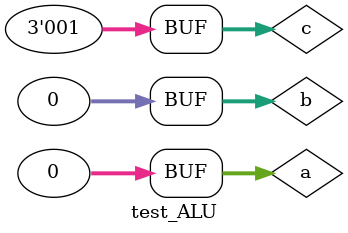
<source format=sv>
`timescale 1ns / 1ps

module test_ALU();
    logic zf;
    logic [31:0] a, b, r;
    logic [2:0] c;
    
    ALU_32bit alu(c, a, b, r, zf);
    
    initial
    begin
        //add
            a=0;    b=0;    c=2;
        #10 a=0;    b='hffffffff;  c=2;
        #10 a=1;    b='hffffffff;  c=2;
        #10 a='hff; b=1;    c=2;
        //sub
        #10 a=0;    b=0;    c=6;
        #10 a=0;    b='hffffffff;   c=6;
        #10 a=1;    b=1;   c=6;
        #10 a='h100;  b=1;   c=6;
        //slt
        #10 a=0;    b=0;    c=7;
        #10 a=0;    b=1;    c=7;
        #10 a=0;    b='hffffffff;   c=7;
        #10 a=1;    b=0;    c=7;
        #10 a='hffffffff;   b=0;    c=7;
        //and
        #10 a='hffffffff;   b='hffffffff;   c=0;
        #10 a='hffffffff;   b='h12345678;   c=0;
        #10 a='h12345678;   b='h87654321;   c=0;
        #10 a=0;    b='hffffffff;   c=0;
        //or
        #10 a='hffffffff;   b='hffffffff;   c=1;
        #10 a='h12345678;   b='h87654321;   c=1;
        #10 a=0;    b='hffffffff;   c=1;
        #10 a=0;    b=0;    c=1;
    end
endmodule

</source>
